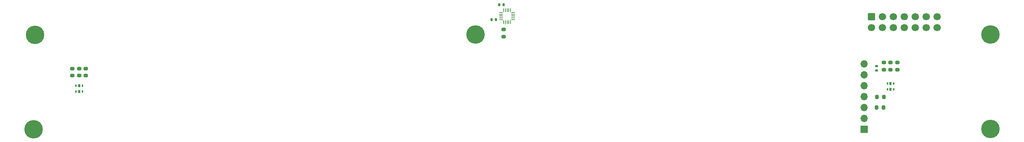
<source format=gbr>
%TF.GenerationSoftware,KiCad,Pcbnew,(6.0.0)*%
%TF.CreationDate,2022-02-18T09:15:22+03:00*%
%TF.ProjectId,Steel_form_Dish_washer PART 2,53746565-6c5f-4666-9f72-6d5f44697368,rev?*%
%TF.SameCoordinates,Original*%
%TF.FileFunction,Soldermask,Top*%
%TF.FilePolarity,Negative*%
%FSLAX46Y46*%
G04 Gerber Fmt 4.6, Leading zero omitted, Abs format (unit mm)*
G04 Created by KiCad (PCBNEW (6.0.0)) date 2022-02-18 09:15:22*
%MOMM*%
%LPD*%
G01*
G04 APERTURE LIST*
G04 Aperture macros list*
%AMRoundRect*
0 Rectangle with rounded corners*
0 $1 Rounding radius*
0 $2 $3 $4 $5 $6 $7 $8 $9 X,Y pos of 4 corners*
0 Add a 4 corners polygon primitive as box body*
4,1,4,$2,$3,$4,$5,$6,$7,$8,$9,$2,$3,0*
0 Add four circle primitives for the rounded corners*
1,1,$1+$1,$2,$3*
1,1,$1+$1,$4,$5*
1,1,$1+$1,$6,$7*
1,1,$1+$1,$8,$9*
0 Add four rect primitives between the rounded corners*
20,1,$1+$1,$2,$3,$4,$5,0*
20,1,$1+$1,$4,$5,$6,$7,0*
20,1,$1+$1,$6,$7,$8,$9,0*
20,1,$1+$1,$8,$9,$2,$3,0*%
%AMFreePoly0*
4,1,14,0.354215,0.088284,0.450784,-0.008285,0.462500,-0.036569,0.462500,-0.060000,0.450784,-0.088284,0.422500,-0.100000,-0.422500,-0.100000,-0.450784,-0.088284,-0.462500,-0.060000,-0.462500,0.060000,-0.450784,0.088284,-0.422500,0.100000,0.325931,0.100000,0.354215,0.088284,0.354215,0.088284,$1*%
%AMFreePoly1*
4,1,14,0.450784,0.088284,0.462500,0.060000,0.462500,0.036569,0.450784,0.008285,0.354215,-0.088284,0.325931,-0.100000,-0.422500,-0.100000,-0.450784,-0.088284,-0.462500,-0.060000,-0.462500,0.060000,-0.450784,0.088284,-0.422500,0.100000,0.422500,0.100000,0.450784,0.088284,0.450784,0.088284,$1*%
%AMFreePoly2*
4,1,14,0.088284,0.450784,0.100000,0.422500,0.100000,-0.422500,0.088284,-0.450784,0.060000,-0.462500,-0.060000,-0.462500,-0.088284,-0.450784,-0.100000,-0.422500,-0.100000,0.325931,-0.088284,0.354215,0.008285,0.450784,0.036569,0.462500,0.060000,0.462500,0.088284,0.450784,0.088284,0.450784,$1*%
%AMFreePoly3*
4,1,14,-0.008285,0.450784,0.088284,0.354215,0.100000,0.325931,0.100000,-0.422500,0.088284,-0.450784,0.060000,-0.462500,-0.060000,-0.462500,-0.088284,-0.450784,-0.100000,-0.422500,-0.100000,0.422500,-0.088284,0.450784,-0.060000,0.462500,-0.036569,0.462500,-0.008285,0.450784,-0.008285,0.450784,$1*%
%AMFreePoly4*
4,1,14,0.450784,0.088284,0.462500,0.060000,0.462500,-0.060000,0.450784,-0.088284,0.422500,-0.100000,-0.325931,-0.100000,-0.354215,-0.088284,-0.450784,0.008285,-0.462500,0.036569,-0.462500,0.060000,-0.450784,0.088284,-0.422500,0.100000,0.422500,0.100000,0.450784,0.088284,0.450784,0.088284,$1*%
%AMFreePoly5*
4,1,14,0.450784,0.088284,0.462500,0.060000,0.462500,-0.060000,0.450784,-0.088284,0.422500,-0.100000,-0.422500,-0.100000,-0.450784,-0.088284,-0.462500,-0.060000,-0.462500,-0.036569,-0.450784,-0.008285,-0.354215,0.088284,-0.325931,0.100000,0.422500,0.100000,0.450784,0.088284,0.450784,0.088284,$1*%
%AMFreePoly6*
4,1,14,0.088284,0.450784,0.100000,0.422500,0.100000,-0.325931,0.088284,-0.354215,-0.008285,-0.450784,-0.036569,-0.462500,-0.060000,-0.462500,-0.088284,-0.450784,-0.100000,-0.422500,-0.100000,0.422500,-0.088284,0.450784,-0.060000,0.462500,0.060000,0.462500,0.088284,0.450784,0.088284,0.450784,$1*%
%AMFreePoly7*
4,1,14,0.088284,0.450784,0.100000,0.422500,0.100000,-0.422500,0.088284,-0.450784,0.060000,-0.462500,0.036569,-0.462500,0.008285,-0.450784,-0.088284,-0.354215,-0.100000,-0.325931,-0.100000,0.422500,-0.088284,0.450784,-0.060000,0.462500,0.060000,0.462500,0.088284,0.450784,0.088284,0.450784,$1*%
G04 Aperture macros list end*
%ADD10C,4.300000*%
%ADD11RoundRect,0.200000X-0.275000X0.200000X-0.275000X-0.200000X0.275000X-0.200000X0.275000X0.200000X0*%
%ADD12RoundRect,0.140000X0.140000X0.170000X-0.140000X0.170000X-0.140000X-0.170000X0.140000X-0.170000X0*%
%ADD13RoundRect,0.200000X0.200000X0.275000X-0.200000X0.275000X-0.200000X-0.275000X0.200000X-0.275000X0*%
%ADD14R,0.400000X0.600000*%
%ADD15R,0.500000X0.700000*%
%ADD16FreePoly0,0.000000*%
%ADD17RoundRect,0.050000X-0.412500X-0.050000X0.412500X-0.050000X0.412500X0.050000X-0.412500X0.050000X0*%
%ADD18FreePoly1,0.000000*%
%ADD19FreePoly2,0.000000*%
%ADD20RoundRect,0.050000X-0.050000X-0.412500X0.050000X-0.412500X0.050000X0.412500X-0.050000X0.412500X0*%
%ADD21FreePoly3,0.000000*%
%ADD22FreePoly4,0.000000*%
%ADD23FreePoly5,0.000000*%
%ADD24FreePoly6,0.000000*%
%ADD25FreePoly7,0.000000*%
%ADD26RoundRect,0.135000X-0.185000X0.135000X-0.185000X-0.135000X0.185000X-0.135000X0.185000X0.135000X0*%
%ADD27R,1.700000X1.700000*%
%ADD28O,1.700000X1.700000*%
%ADD29RoundRect,0.250000X-0.600000X0.600000X-0.600000X-0.600000X0.600000X-0.600000X0.600000X0.600000X0*%
%ADD30C,1.700000*%
G04 APERTURE END LIST*
D10*
%TO.C,H8*%
X84200000Y-228250000D03*
%TD*%
%TO.C,H9*%
X186400000Y-228150000D03*
%TD*%
D11*
%TO.C,R39*%
X282700000Y-234675000D03*
X282700000Y-236325000D03*
%TD*%
D12*
%TO.C,C23*%
X191130000Y-224650000D03*
X190170000Y-224650000D03*
%TD*%
D11*
%TO.C,R43*%
X192900000Y-226975000D03*
X192900000Y-228625000D03*
%TD*%
%TO.C,R40*%
X284275000Y-234675000D03*
X284275000Y-236325000D03*
%TD*%
D13*
%TO.C,R41*%
X281075000Y-245150000D03*
X279425000Y-245150000D03*
%TD*%
D14*
%TO.C,U14*%
X281975000Y-239525000D03*
X281975000Y-240875000D03*
D15*
X282700000Y-239525000D03*
X282700000Y-240875000D03*
D14*
X283425000Y-239525000D03*
X283425000Y-240875000D03*
%TD*%
D11*
%TO.C,R38*%
X281150000Y-234675000D03*
X281150000Y-236325000D03*
%TD*%
%TO.C,R35*%
X92875000Y-236050000D03*
X92875000Y-237700000D03*
%TD*%
D14*
%TO.C,U13*%
X93735000Y-240105000D03*
X93735000Y-241455000D03*
D15*
X94460000Y-240105000D03*
X94460000Y-241455000D03*
D14*
X95185000Y-240105000D03*
X95185000Y-241455000D03*
%TD*%
D10*
%TO.C,H6*%
X305900000Y-228150000D03*
%TD*%
D16*
%TO.C,U15*%
X192362500Y-223050000D03*
D17*
X192362500Y-223450000D03*
X192362500Y-223850000D03*
X192362500Y-224250000D03*
D18*
X192362500Y-224650000D03*
D19*
X192950000Y-225237500D03*
D20*
X193350000Y-225237500D03*
X193750000Y-225237500D03*
X194150000Y-225237500D03*
D21*
X194550000Y-225237500D03*
D22*
X195137500Y-224650000D03*
D17*
X195137500Y-224250000D03*
X195137500Y-223850000D03*
X195137500Y-223450000D03*
D23*
X195137500Y-223050000D03*
D24*
X194550000Y-222462500D03*
D20*
X194150000Y-222462500D03*
X193750000Y-222462500D03*
X193350000Y-222462500D03*
D25*
X192950000Y-222462500D03*
%TD*%
D26*
%TO.C,R52*%
X279500000Y-235490000D03*
X279500000Y-236510000D03*
%TD*%
D13*
%TO.C,R42*%
X281175000Y-242700000D03*
X279525000Y-242700000D03*
%TD*%
D12*
%TO.C,C24*%
X192910000Y-221150000D03*
X191950000Y-221150000D03*
%TD*%
D10*
%TO.C,H5*%
X83900000Y-250250000D03*
%TD*%
D11*
%TO.C,R37*%
X96025000Y-236075000D03*
X96025000Y-237725000D03*
%TD*%
D10*
%TO.C,H7*%
X305900000Y-250150000D03*
%TD*%
D11*
%TO.C,R36*%
X94450000Y-236050000D03*
X94450000Y-237700000D03*
%TD*%
D27*
%TO.C,J19*%
X276600000Y-250250000D03*
D28*
X276600000Y-247710000D03*
X276600000Y-245170000D03*
X276600000Y-242630000D03*
X276600000Y-240090000D03*
X276600000Y-237550000D03*
X276600000Y-235010000D03*
%TD*%
D29*
%TO.C,J18*%
X278300000Y-223950000D03*
D30*
X278300000Y-226490000D03*
X280840000Y-223950000D03*
X280840000Y-226490000D03*
X283380000Y-223950000D03*
X283380000Y-226490000D03*
X285920000Y-223950000D03*
X285920000Y-226490000D03*
X288460000Y-223950000D03*
X288460000Y-226490000D03*
X291000000Y-223950000D03*
X291000000Y-226490000D03*
X293540000Y-223950000D03*
X293540000Y-226490000D03*
%TD*%
M02*

</source>
